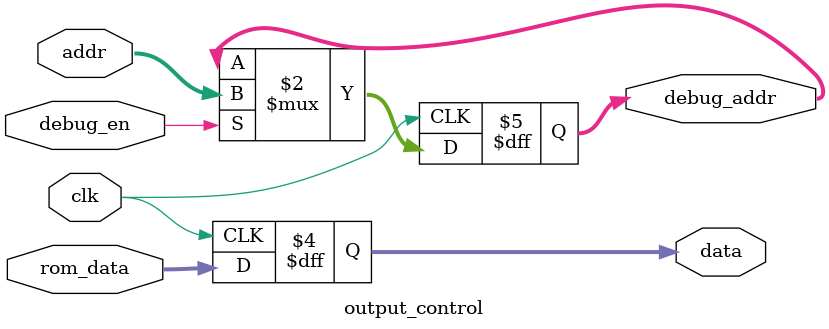
<source format=sv>
module debug_rom (
    input clk,
    input [3:0] addr,
    input debug_en,
    output [7:0] data,
    output [3:0] debug_addr
);
    wire [7:0] rom_data;
    
    rom_memory memory_unit (
        .clk(clk),
        .addr(addr),
        .data(rom_data)
    );
    
    output_control control_unit (
        .clk(clk),
        .addr(addr),
        .debug_en(debug_en),
        .rom_data(rom_data),
        .data(data),
        .debug_addr(debug_addr)
    );
endmodule

module rom_memory (
    input clk,
    input [3:0] addr,
    output reg [7:0] data
);
    (* ram_style = "distributed" *) reg [7:0] rom [0:15];
    
    initial begin
        rom[0] = 8'h12; rom[1] = 8'h34;
        rom[2] = 8'h00; rom[3] = 8'h00;
        rom[4] = 8'h00; rom[5] = 8'h00;
        rom[6] = 8'h00; rom[7] = 8'h00;
        rom[8] = 8'h00; rom[9] = 8'h00;
        rom[10] = 8'h00; rom[11] = 8'h00;
        rom[12] = 8'h00; rom[13] = 8'h00;
        rom[14] = 8'h00; rom[15] = 8'h00;
    end
    
    always @(posedge clk) begin
        data <= rom[addr];
    end
endmodule

module output_control (
    input clk,
    input [3:0] addr,
    input debug_en,
    input [7:0] rom_data,
    output reg [7:0] data,
    output reg [3:0] debug_addr
);
    always @(posedge clk) begin
        data <= rom_data;
        if (debug_en)
            debug_addr <= addr;
    end
endmodule
</source>
